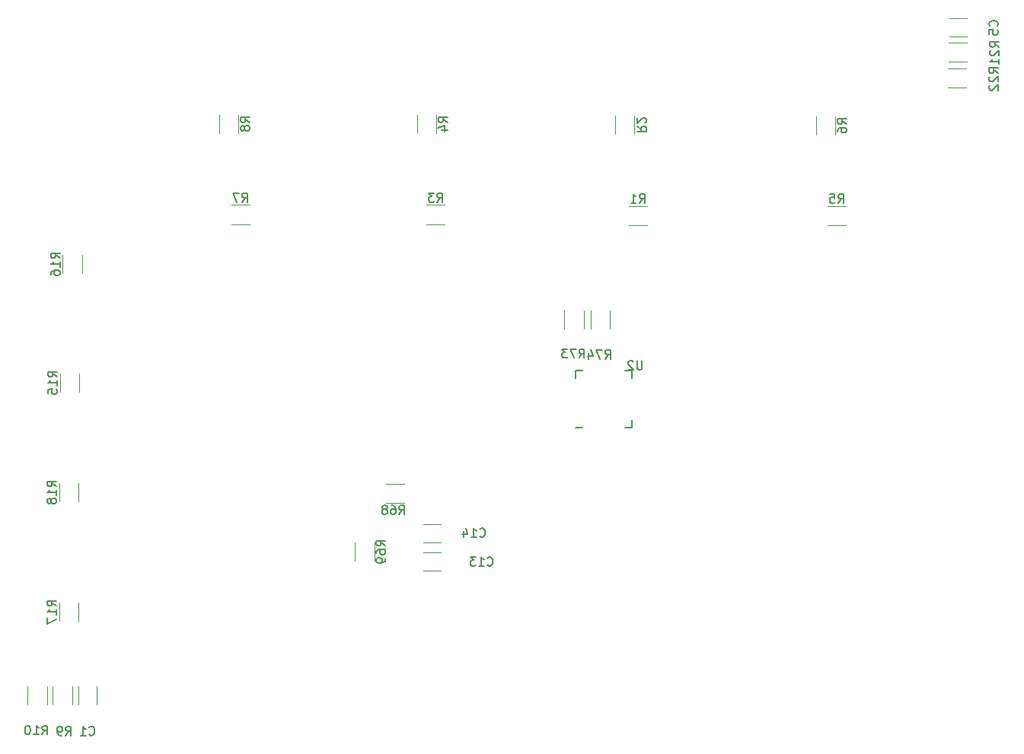
<source format=gbo>
G04 #@! TF.GenerationSoftware,KiCad,Pcbnew,(5.1.2)-2*
G04 #@! TF.CreationDate,2020-06-07T10:10:03-04:00*
G04 #@! TF.ProjectId,MidiControllerPCB,4d696469-436f-46e7-9472-6f6c6c657250,rev?*
G04 #@! TF.SameCoordinates,Original*
G04 #@! TF.FileFunction,Legend,Bot*
G04 #@! TF.FilePolarity,Positive*
%FSLAX46Y46*%
G04 Gerber Fmt 4.6, Leading zero omitted, Abs format (unit mm)*
G04 Created by KiCad (PCBNEW (5.1.2)-2) date 2020-06-07 10:10:03*
%MOMM*%
%LPD*%
G04 APERTURE LIST*
%ADD10C,0.150000*%
%ADD11C,0.120000*%
G04 APERTURE END LIST*
D10*
X167318750Y-102281250D02*
X167318750Y-101491250D01*
X161018750Y-95981250D02*
X161018750Y-96771250D01*
X167318750Y-95981250D02*
X167318750Y-96771250D01*
X161018750Y-102281250D02*
X161808750Y-102281250D01*
X161018750Y-95981250D02*
X161808750Y-95981250D01*
X167318750Y-95981250D02*
X166528750Y-95981250D01*
X167318750Y-102281250D02*
X166528750Y-102281250D01*
D11*
X164870000Y-91300000D02*
X164870000Y-89300000D01*
X162730000Y-89300000D02*
X162730000Y-91300000D01*
X161970000Y-91300000D02*
X161970000Y-89300000D01*
X159830000Y-89300000D02*
X159830000Y-91300000D01*
X136530000Y-115100000D02*
X136530000Y-117100000D01*
X138670000Y-117100000D02*
X138670000Y-115100000D01*
X142000000Y-108530000D02*
X140000000Y-108530000D01*
X140000000Y-110670000D02*
X142000000Y-110670000D01*
X202500000Y-64470000D02*
X204500000Y-64470000D01*
X204500000Y-62330000D02*
X202500000Y-62330000D01*
X204560000Y-59435000D02*
X202560000Y-59435000D01*
X202560000Y-61575000D02*
X204560000Y-61575000D01*
X105770000Y-110500000D02*
X105770000Y-108500000D01*
X103630000Y-108500000D02*
X103630000Y-110500000D01*
X105770000Y-123800000D02*
X105770000Y-121800000D01*
X103630000Y-121800000D02*
X103630000Y-123800000D01*
X106170000Y-85100000D02*
X106170000Y-83100000D01*
X104030000Y-83100000D02*
X104030000Y-85100000D01*
X105870000Y-98300000D02*
X105870000Y-96300000D01*
X103730000Y-96300000D02*
X103730000Y-98300000D01*
X100130000Y-131100000D02*
X100130000Y-133100000D01*
X102270000Y-133100000D02*
X102270000Y-131100000D01*
X105070000Y-133100000D02*
X105070000Y-131100000D01*
X102930000Y-131100000D02*
X102930000Y-133100000D01*
X123570000Y-69500000D02*
X123570000Y-67500000D01*
X121430000Y-67500000D02*
X121430000Y-69500000D01*
X122800000Y-79670000D02*
X124800000Y-79670000D01*
X124800000Y-77530000D02*
X122800000Y-77530000D01*
X187830000Y-67700000D02*
X187830000Y-69700000D01*
X189970000Y-69700000D02*
X189970000Y-67700000D01*
X189100000Y-79770000D02*
X191100000Y-79770000D01*
X191100000Y-77630000D02*
X189100000Y-77630000D01*
X143430000Y-67500000D02*
X143430000Y-69500000D01*
X145570000Y-69500000D02*
X145570000Y-67500000D01*
X144500000Y-79670000D02*
X146500000Y-79670000D01*
X146500000Y-77530000D02*
X144500000Y-77530000D01*
X165430000Y-67600000D02*
X165430000Y-69600000D01*
X167570000Y-69600000D02*
X167570000Y-67600000D01*
X167000000Y-79770000D02*
X169000000Y-79770000D01*
X169000000Y-77630000D02*
X167000000Y-77630000D01*
X144100000Y-113080000D02*
X146100000Y-113080000D01*
X146100000Y-115120000D02*
X144100000Y-115120000D01*
X144100000Y-116180000D02*
X146100000Y-116180000D01*
X146100000Y-118220000D02*
X144100000Y-118220000D01*
X204600000Y-58820000D02*
X202600000Y-58820000D01*
X202600000Y-56780000D02*
X204600000Y-56780000D01*
X105780000Y-133100000D02*
X105780000Y-131100000D01*
X107820000Y-131100000D02*
X107820000Y-133100000D01*
D10*
X168461904Y-94852380D02*
X168461904Y-95661904D01*
X168414285Y-95757142D01*
X168366666Y-95804761D01*
X168271428Y-95852380D01*
X168080952Y-95852380D01*
X167985714Y-95804761D01*
X167938095Y-95757142D01*
X167890476Y-95661904D01*
X167890476Y-94852380D01*
X167461904Y-94947619D02*
X167414285Y-94900000D01*
X167319047Y-94852380D01*
X167080952Y-94852380D01*
X166985714Y-94900000D01*
X166938095Y-94947619D01*
X166890476Y-95042857D01*
X166890476Y-95138095D01*
X166938095Y-95280952D01*
X167509523Y-95852380D01*
X166890476Y-95852380D01*
X164342857Y-94652380D02*
X164676190Y-94176190D01*
X164914285Y-94652380D02*
X164914285Y-93652380D01*
X164533333Y-93652380D01*
X164438095Y-93700000D01*
X164390476Y-93747619D01*
X164342857Y-93842857D01*
X164342857Y-93985714D01*
X164390476Y-94080952D01*
X164438095Y-94128571D01*
X164533333Y-94176190D01*
X164914285Y-94176190D01*
X164009523Y-93652380D02*
X163342857Y-93652380D01*
X163771428Y-94652380D01*
X162533333Y-93985714D02*
X162533333Y-94652380D01*
X162771428Y-93604761D02*
X163009523Y-94319047D01*
X162390476Y-94319047D01*
X161442857Y-94552380D02*
X161776190Y-94076190D01*
X162014285Y-94552380D02*
X162014285Y-93552380D01*
X161633333Y-93552380D01*
X161538095Y-93600000D01*
X161490476Y-93647619D01*
X161442857Y-93742857D01*
X161442857Y-93885714D01*
X161490476Y-93980952D01*
X161538095Y-94028571D01*
X161633333Y-94076190D01*
X162014285Y-94076190D01*
X161109523Y-93552380D02*
X160442857Y-93552380D01*
X160871428Y-94552380D01*
X160157142Y-93552380D02*
X159538095Y-93552380D01*
X159871428Y-93933333D01*
X159728571Y-93933333D01*
X159633333Y-93980952D01*
X159585714Y-94028571D01*
X159538095Y-94123809D01*
X159538095Y-94361904D01*
X159585714Y-94457142D01*
X159633333Y-94504761D01*
X159728571Y-94552380D01*
X160014285Y-94552380D01*
X160109523Y-94504761D01*
X160157142Y-94457142D01*
X139902380Y-115457142D02*
X139426190Y-115123809D01*
X139902380Y-114885714D02*
X138902380Y-114885714D01*
X138902380Y-115266666D01*
X138950000Y-115361904D01*
X138997619Y-115409523D01*
X139092857Y-115457142D01*
X139235714Y-115457142D01*
X139330952Y-115409523D01*
X139378571Y-115361904D01*
X139426190Y-115266666D01*
X139426190Y-114885714D01*
X138902380Y-116314285D02*
X138902380Y-116123809D01*
X138950000Y-116028571D01*
X138997619Y-115980952D01*
X139140476Y-115885714D01*
X139330952Y-115838095D01*
X139711904Y-115838095D01*
X139807142Y-115885714D01*
X139854761Y-115933333D01*
X139902380Y-116028571D01*
X139902380Y-116219047D01*
X139854761Y-116314285D01*
X139807142Y-116361904D01*
X139711904Y-116409523D01*
X139473809Y-116409523D01*
X139378571Y-116361904D01*
X139330952Y-116314285D01*
X139283333Y-116219047D01*
X139283333Y-116028571D01*
X139330952Y-115933333D01*
X139378571Y-115885714D01*
X139473809Y-115838095D01*
X139902380Y-116885714D02*
X139902380Y-117076190D01*
X139854761Y-117171428D01*
X139807142Y-117219047D01*
X139664285Y-117314285D01*
X139473809Y-117361904D01*
X139092857Y-117361904D01*
X138997619Y-117314285D01*
X138950000Y-117266666D01*
X138902380Y-117171428D01*
X138902380Y-116980952D01*
X138950000Y-116885714D01*
X138997619Y-116838095D01*
X139092857Y-116790476D01*
X139330952Y-116790476D01*
X139426190Y-116838095D01*
X139473809Y-116885714D01*
X139521428Y-116980952D01*
X139521428Y-117171428D01*
X139473809Y-117266666D01*
X139426190Y-117314285D01*
X139330952Y-117361904D01*
X141442857Y-111952380D02*
X141776190Y-111476190D01*
X142014285Y-111952380D02*
X142014285Y-110952380D01*
X141633333Y-110952380D01*
X141538095Y-111000000D01*
X141490476Y-111047619D01*
X141442857Y-111142857D01*
X141442857Y-111285714D01*
X141490476Y-111380952D01*
X141538095Y-111428571D01*
X141633333Y-111476190D01*
X142014285Y-111476190D01*
X140585714Y-110952380D02*
X140776190Y-110952380D01*
X140871428Y-111000000D01*
X140919047Y-111047619D01*
X141014285Y-111190476D01*
X141061904Y-111380952D01*
X141061904Y-111761904D01*
X141014285Y-111857142D01*
X140966666Y-111904761D01*
X140871428Y-111952380D01*
X140680952Y-111952380D01*
X140585714Y-111904761D01*
X140538095Y-111857142D01*
X140490476Y-111761904D01*
X140490476Y-111523809D01*
X140538095Y-111428571D01*
X140585714Y-111380952D01*
X140680952Y-111333333D01*
X140871428Y-111333333D01*
X140966666Y-111380952D01*
X141014285Y-111428571D01*
X141061904Y-111523809D01*
X139919047Y-111380952D02*
X140014285Y-111333333D01*
X140061904Y-111285714D01*
X140109523Y-111190476D01*
X140109523Y-111142857D01*
X140061904Y-111047619D01*
X140014285Y-111000000D01*
X139919047Y-110952380D01*
X139728571Y-110952380D01*
X139633333Y-111000000D01*
X139585714Y-111047619D01*
X139538095Y-111142857D01*
X139538095Y-111190476D01*
X139585714Y-111285714D01*
X139633333Y-111333333D01*
X139728571Y-111380952D01*
X139919047Y-111380952D01*
X140014285Y-111428571D01*
X140061904Y-111476190D01*
X140109523Y-111571428D01*
X140109523Y-111761904D01*
X140061904Y-111857142D01*
X140014285Y-111904761D01*
X139919047Y-111952380D01*
X139728571Y-111952380D01*
X139633333Y-111904761D01*
X139585714Y-111857142D01*
X139538095Y-111761904D01*
X139538095Y-111571428D01*
X139585714Y-111476190D01*
X139633333Y-111428571D01*
X139728571Y-111380952D01*
X208052380Y-62857142D02*
X207576190Y-62523809D01*
X208052380Y-62285714D02*
X207052380Y-62285714D01*
X207052380Y-62666666D01*
X207100000Y-62761904D01*
X207147619Y-62809523D01*
X207242857Y-62857142D01*
X207385714Y-62857142D01*
X207480952Y-62809523D01*
X207528571Y-62761904D01*
X207576190Y-62666666D01*
X207576190Y-62285714D01*
X207147619Y-63238095D02*
X207100000Y-63285714D01*
X207052380Y-63380952D01*
X207052380Y-63619047D01*
X207100000Y-63714285D01*
X207147619Y-63761904D01*
X207242857Y-63809523D01*
X207338095Y-63809523D01*
X207480952Y-63761904D01*
X208052380Y-63190476D01*
X208052380Y-63809523D01*
X207147619Y-64190476D02*
X207100000Y-64238095D01*
X207052380Y-64333333D01*
X207052380Y-64571428D01*
X207100000Y-64666666D01*
X207147619Y-64714285D01*
X207242857Y-64761904D01*
X207338095Y-64761904D01*
X207480952Y-64714285D01*
X208052380Y-64142857D01*
X208052380Y-64761904D01*
X208152380Y-59957142D02*
X207676190Y-59623809D01*
X208152380Y-59385714D02*
X207152380Y-59385714D01*
X207152380Y-59766666D01*
X207200000Y-59861904D01*
X207247619Y-59909523D01*
X207342857Y-59957142D01*
X207485714Y-59957142D01*
X207580952Y-59909523D01*
X207628571Y-59861904D01*
X207676190Y-59766666D01*
X207676190Y-59385714D01*
X207247619Y-60338095D02*
X207200000Y-60385714D01*
X207152380Y-60480952D01*
X207152380Y-60719047D01*
X207200000Y-60814285D01*
X207247619Y-60861904D01*
X207342857Y-60909523D01*
X207438095Y-60909523D01*
X207580952Y-60861904D01*
X208152380Y-60290476D01*
X208152380Y-60909523D01*
X208152380Y-61861904D02*
X208152380Y-61290476D01*
X208152380Y-61576190D02*
X207152380Y-61576190D01*
X207295238Y-61480952D01*
X207390476Y-61385714D01*
X207438095Y-61290476D01*
X103302380Y-108857142D02*
X102826190Y-108523809D01*
X103302380Y-108285714D02*
X102302380Y-108285714D01*
X102302380Y-108666666D01*
X102350000Y-108761904D01*
X102397619Y-108809523D01*
X102492857Y-108857142D01*
X102635714Y-108857142D01*
X102730952Y-108809523D01*
X102778571Y-108761904D01*
X102826190Y-108666666D01*
X102826190Y-108285714D01*
X103302380Y-109809523D02*
X103302380Y-109238095D01*
X103302380Y-109523809D02*
X102302380Y-109523809D01*
X102445238Y-109428571D01*
X102540476Y-109333333D01*
X102588095Y-109238095D01*
X102730952Y-110380952D02*
X102683333Y-110285714D01*
X102635714Y-110238095D01*
X102540476Y-110190476D01*
X102492857Y-110190476D01*
X102397619Y-110238095D01*
X102350000Y-110285714D01*
X102302380Y-110380952D01*
X102302380Y-110571428D01*
X102350000Y-110666666D01*
X102397619Y-110714285D01*
X102492857Y-110761904D01*
X102540476Y-110761904D01*
X102635714Y-110714285D01*
X102683333Y-110666666D01*
X102730952Y-110571428D01*
X102730952Y-110380952D01*
X102778571Y-110285714D01*
X102826190Y-110238095D01*
X102921428Y-110190476D01*
X103111904Y-110190476D01*
X103207142Y-110238095D01*
X103254761Y-110285714D01*
X103302380Y-110380952D01*
X103302380Y-110571428D01*
X103254761Y-110666666D01*
X103207142Y-110714285D01*
X103111904Y-110761904D01*
X102921428Y-110761904D01*
X102826190Y-110714285D01*
X102778571Y-110666666D01*
X102730952Y-110571428D01*
X103302380Y-122157142D02*
X102826190Y-121823809D01*
X103302380Y-121585714D02*
X102302380Y-121585714D01*
X102302380Y-121966666D01*
X102350000Y-122061904D01*
X102397619Y-122109523D01*
X102492857Y-122157142D01*
X102635714Y-122157142D01*
X102730952Y-122109523D01*
X102778571Y-122061904D01*
X102826190Y-121966666D01*
X102826190Y-121585714D01*
X103302380Y-123109523D02*
X103302380Y-122538095D01*
X103302380Y-122823809D02*
X102302380Y-122823809D01*
X102445238Y-122728571D01*
X102540476Y-122633333D01*
X102588095Y-122538095D01*
X102302380Y-123442857D02*
X102302380Y-124109523D01*
X103302380Y-123680952D01*
X103702380Y-83457142D02*
X103226190Y-83123809D01*
X103702380Y-82885714D02*
X102702380Y-82885714D01*
X102702380Y-83266666D01*
X102750000Y-83361904D01*
X102797619Y-83409523D01*
X102892857Y-83457142D01*
X103035714Y-83457142D01*
X103130952Y-83409523D01*
X103178571Y-83361904D01*
X103226190Y-83266666D01*
X103226190Y-82885714D01*
X103702380Y-84409523D02*
X103702380Y-83838095D01*
X103702380Y-84123809D02*
X102702380Y-84123809D01*
X102845238Y-84028571D01*
X102940476Y-83933333D01*
X102988095Y-83838095D01*
X102702380Y-85266666D02*
X102702380Y-85076190D01*
X102750000Y-84980952D01*
X102797619Y-84933333D01*
X102940476Y-84838095D01*
X103130952Y-84790476D01*
X103511904Y-84790476D01*
X103607142Y-84838095D01*
X103654761Y-84885714D01*
X103702380Y-84980952D01*
X103702380Y-85171428D01*
X103654761Y-85266666D01*
X103607142Y-85314285D01*
X103511904Y-85361904D01*
X103273809Y-85361904D01*
X103178571Y-85314285D01*
X103130952Y-85266666D01*
X103083333Y-85171428D01*
X103083333Y-84980952D01*
X103130952Y-84885714D01*
X103178571Y-84838095D01*
X103273809Y-84790476D01*
X103402380Y-96657142D02*
X102926190Y-96323809D01*
X103402380Y-96085714D02*
X102402380Y-96085714D01*
X102402380Y-96466666D01*
X102450000Y-96561904D01*
X102497619Y-96609523D01*
X102592857Y-96657142D01*
X102735714Y-96657142D01*
X102830952Y-96609523D01*
X102878571Y-96561904D01*
X102926190Y-96466666D01*
X102926190Y-96085714D01*
X103402380Y-97609523D02*
X103402380Y-97038095D01*
X103402380Y-97323809D02*
X102402380Y-97323809D01*
X102545238Y-97228571D01*
X102640476Y-97133333D01*
X102688095Y-97038095D01*
X102402380Y-98514285D02*
X102402380Y-98038095D01*
X102878571Y-97990476D01*
X102830952Y-98038095D01*
X102783333Y-98133333D01*
X102783333Y-98371428D01*
X102830952Y-98466666D01*
X102878571Y-98514285D01*
X102973809Y-98561904D01*
X103211904Y-98561904D01*
X103307142Y-98514285D01*
X103354761Y-98466666D01*
X103402380Y-98371428D01*
X103402380Y-98133333D01*
X103354761Y-98038095D01*
X103307142Y-97990476D01*
X101742857Y-136452380D02*
X102076190Y-135976190D01*
X102314285Y-136452380D02*
X102314285Y-135452380D01*
X101933333Y-135452380D01*
X101838095Y-135500000D01*
X101790476Y-135547619D01*
X101742857Y-135642857D01*
X101742857Y-135785714D01*
X101790476Y-135880952D01*
X101838095Y-135928571D01*
X101933333Y-135976190D01*
X102314285Y-135976190D01*
X100790476Y-136452380D02*
X101361904Y-136452380D01*
X101076190Y-136452380D02*
X101076190Y-135452380D01*
X101171428Y-135595238D01*
X101266666Y-135690476D01*
X101361904Y-135738095D01*
X100171428Y-135452380D02*
X100076190Y-135452380D01*
X99980952Y-135500000D01*
X99933333Y-135547619D01*
X99885714Y-135642857D01*
X99838095Y-135833333D01*
X99838095Y-136071428D01*
X99885714Y-136261904D01*
X99933333Y-136357142D01*
X99980952Y-136404761D01*
X100076190Y-136452380D01*
X100171428Y-136452380D01*
X100266666Y-136404761D01*
X100314285Y-136357142D01*
X100361904Y-136261904D01*
X100409523Y-136071428D01*
X100409523Y-135833333D01*
X100361904Y-135642857D01*
X100314285Y-135547619D01*
X100266666Y-135500000D01*
X100171428Y-135452380D01*
X104366666Y-136552380D02*
X104700000Y-136076190D01*
X104938095Y-136552380D02*
X104938095Y-135552380D01*
X104557142Y-135552380D01*
X104461904Y-135600000D01*
X104414285Y-135647619D01*
X104366666Y-135742857D01*
X104366666Y-135885714D01*
X104414285Y-135980952D01*
X104461904Y-136028571D01*
X104557142Y-136076190D01*
X104938095Y-136076190D01*
X103890476Y-136552380D02*
X103700000Y-136552380D01*
X103604761Y-136504761D01*
X103557142Y-136457142D01*
X103461904Y-136314285D01*
X103414285Y-136123809D01*
X103414285Y-135742857D01*
X103461904Y-135647619D01*
X103509523Y-135600000D01*
X103604761Y-135552380D01*
X103795238Y-135552380D01*
X103890476Y-135600000D01*
X103938095Y-135647619D01*
X103985714Y-135742857D01*
X103985714Y-135980952D01*
X103938095Y-136076190D01*
X103890476Y-136123809D01*
X103795238Y-136171428D01*
X103604761Y-136171428D01*
X103509523Y-136123809D01*
X103461904Y-136076190D01*
X103414285Y-135980952D01*
X124802380Y-68333333D02*
X124326190Y-68000000D01*
X124802380Y-67761904D02*
X123802380Y-67761904D01*
X123802380Y-68142857D01*
X123850000Y-68238095D01*
X123897619Y-68285714D01*
X123992857Y-68333333D01*
X124135714Y-68333333D01*
X124230952Y-68285714D01*
X124278571Y-68238095D01*
X124326190Y-68142857D01*
X124326190Y-67761904D01*
X124230952Y-68904761D02*
X124183333Y-68809523D01*
X124135714Y-68761904D01*
X124040476Y-68714285D01*
X123992857Y-68714285D01*
X123897619Y-68761904D01*
X123850000Y-68809523D01*
X123802380Y-68904761D01*
X123802380Y-69095238D01*
X123850000Y-69190476D01*
X123897619Y-69238095D01*
X123992857Y-69285714D01*
X124040476Y-69285714D01*
X124135714Y-69238095D01*
X124183333Y-69190476D01*
X124230952Y-69095238D01*
X124230952Y-68904761D01*
X124278571Y-68809523D01*
X124326190Y-68761904D01*
X124421428Y-68714285D01*
X124611904Y-68714285D01*
X124707142Y-68761904D01*
X124754761Y-68809523D01*
X124802380Y-68904761D01*
X124802380Y-69095238D01*
X124754761Y-69190476D01*
X124707142Y-69238095D01*
X124611904Y-69285714D01*
X124421428Y-69285714D01*
X124326190Y-69238095D01*
X124278571Y-69190476D01*
X124230952Y-69095238D01*
X123966666Y-77202380D02*
X124300000Y-76726190D01*
X124538095Y-77202380D02*
X124538095Y-76202380D01*
X124157142Y-76202380D01*
X124061904Y-76250000D01*
X124014285Y-76297619D01*
X123966666Y-76392857D01*
X123966666Y-76535714D01*
X124014285Y-76630952D01*
X124061904Y-76678571D01*
X124157142Y-76726190D01*
X124538095Y-76726190D01*
X123633333Y-76202380D02*
X122966666Y-76202380D01*
X123395238Y-77202380D01*
X191202380Y-68533333D02*
X190726190Y-68200000D01*
X191202380Y-67961904D02*
X190202380Y-67961904D01*
X190202380Y-68342857D01*
X190250000Y-68438095D01*
X190297619Y-68485714D01*
X190392857Y-68533333D01*
X190535714Y-68533333D01*
X190630952Y-68485714D01*
X190678571Y-68438095D01*
X190726190Y-68342857D01*
X190726190Y-67961904D01*
X190202380Y-69390476D02*
X190202380Y-69200000D01*
X190250000Y-69104761D01*
X190297619Y-69057142D01*
X190440476Y-68961904D01*
X190630952Y-68914285D01*
X191011904Y-68914285D01*
X191107142Y-68961904D01*
X191154761Y-69009523D01*
X191202380Y-69104761D01*
X191202380Y-69295238D01*
X191154761Y-69390476D01*
X191107142Y-69438095D01*
X191011904Y-69485714D01*
X190773809Y-69485714D01*
X190678571Y-69438095D01*
X190630952Y-69390476D01*
X190583333Y-69295238D01*
X190583333Y-69104761D01*
X190630952Y-69009523D01*
X190678571Y-68961904D01*
X190773809Y-68914285D01*
X190266666Y-77302380D02*
X190600000Y-76826190D01*
X190838095Y-77302380D02*
X190838095Y-76302380D01*
X190457142Y-76302380D01*
X190361904Y-76350000D01*
X190314285Y-76397619D01*
X190266666Y-76492857D01*
X190266666Y-76635714D01*
X190314285Y-76730952D01*
X190361904Y-76778571D01*
X190457142Y-76826190D01*
X190838095Y-76826190D01*
X189361904Y-76302380D02*
X189838095Y-76302380D01*
X189885714Y-76778571D01*
X189838095Y-76730952D01*
X189742857Y-76683333D01*
X189504761Y-76683333D01*
X189409523Y-76730952D01*
X189361904Y-76778571D01*
X189314285Y-76873809D01*
X189314285Y-77111904D01*
X189361904Y-77207142D01*
X189409523Y-77254761D01*
X189504761Y-77302380D01*
X189742857Y-77302380D01*
X189838095Y-77254761D01*
X189885714Y-77207142D01*
X146802380Y-68333333D02*
X146326190Y-68000000D01*
X146802380Y-67761904D02*
X145802380Y-67761904D01*
X145802380Y-68142857D01*
X145850000Y-68238095D01*
X145897619Y-68285714D01*
X145992857Y-68333333D01*
X146135714Y-68333333D01*
X146230952Y-68285714D01*
X146278571Y-68238095D01*
X146326190Y-68142857D01*
X146326190Y-67761904D01*
X146135714Y-69190476D02*
X146802380Y-69190476D01*
X145754761Y-68952380D02*
X146469047Y-68714285D01*
X146469047Y-69333333D01*
X145666666Y-77202380D02*
X146000000Y-76726190D01*
X146238095Y-77202380D02*
X146238095Y-76202380D01*
X145857142Y-76202380D01*
X145761904Y-76250000D01*
X145714285Y-76297619D01*
X145666666Y-76392857D01*
X145666666Y-76535714D01*
X145714285Y-76630952D01*
X145761904Y-76678571D01*
X145857142Y-76726190D01*
X146238095Y-76726190D01*
X145333333Y-76202380D02*
X144714285Y-76202380D01*
X145047619Y-76583333D01*
X144904761Y-76583333D01*
X144809523Y-76630952D01*
X144761904Y-76678571D01*
X144714285Y-76773809D01*
X144714285Y-77011904D01*
X144761904Y-77107142D01*
X144809523Y-77154761D01*
X144904761Y-77202380D01*
X145190476Y-77202380D01*
X145285714Y-77154761D01*
X145333333Y-77107142D01*
X167897619Y-68766666D02*
X168373809Y-69100000D01*
X167897619Y-69338095D02*
X168897619Y-69338095D01*
X168897619Y-68957142D01*
X168850000Y-68861904D01*
X168802380Y-68814285D01*
X168707142Y-68766666D01*
X168564285Y-68766666D01*
X168469047Y-68814285D01*
X168421428Y-68861904D01*
X168373809Y-68957142D01*
X168373809Y-69338095D01*
X168802380Y-68385714D02*
X168850000Y-68338095D01*
X168897619Y-68242857D01*
X168897619Y-68004761D01*
X168850000Y-67909523D01*
X168802380Y-67861904D01*
X168707142Y-67814285D01*
X168611904Y-67814285D01*
X168469047Y-67861904D01*
X167897619Y-68433333D01*
X167897619Y-67814285D01*
X168166666Y-77302380D02*
X168500000Y-76826190D01*
X168738095Y-77302380D02*
X168738095Y-76302380D01*
X168357142Y-76302380D01*
X168261904Y-76350000D01*
X168214285Y-76397619D01*
X168166666Y-76492857D01*
X168166666Y-76635714D01*
X168214285Y-76730952D01*
X168261904Y-76778571D01*
X168357142Y-76826190D01*
X168738095Y-76826190D01*
X167214285Y-77302380D02*
X167785714Y-77302380D01*
X167500000Y-77302380D02*
X167500000Y-76302380D01*
X167595238Y-76445238D01*
X167690476Y-76540476D01*
X167785714Y-76588095D01*
X150402857Y-114397142D02*
X150450476Y-114444761D01*
X150593333Y-114492380D01*
X150688571Y-114492380D01*
X150831428Y-114444761D01*
X150926666Y-114349523D01*
X150974285Y-114254285D01*
X151021904Y-114063809D01*
X151021904Y-113920952D01*
X150974285Y-113730476D01*
X150926666Y-113635238D01*
X150831428Y-113540000D01*
X150688571Y-113492380D01*
X150593333Y-113492380D01*
X150450476Y-113540000D01*
X150402857Y-113587619D01*
X149450476Y-114492380D02*
X150021904Y-114492380D01*
X149736190Y-114492380D02*
X149736190Y-113492380D01*
X149831428Y-113635238D01*
X149926666Y-113730476D01*
X150021904Y-113778095D01*
X148593333Y-113825714D02*
X148593333Y-114492380D01*
X148831428Y-113444761D02*
X149069523Y-114159047D01*
X148450476Y-114159047D01*
X151252857Y-117597142D02*
X151300476Y-117644761D01*
X151443333Y-117692380D01*
X151538571Y-117692380D01*
X151681428Y-117644761D01*
X151776666Y-117549523D01*
X151824285Y-117454285D01*
X151871904Y-117263809D01*
X151871904Y-117120952D01*
X151824285Y-116930476D01*
X151776666Y-116835238D01*
X151681428Y-116740000D01*
X151538571Y-116692380D01*
X151443333Y-116692380D01*
X151300476Y-116740000D01*
X151252857Y-116787619D01*
X150300476Y-117692380D02*
X150871904Y-117692380D01*
X150586190Y-117692380D02*
X150586190Y-116692380D01*
X150681428Y-116835238D01*
X150776666Y-116930476D01*
X150871904Y-116978095D01*
X149967142Y-116692380D02*
X149348095Y-116692380D01*
X149681428Y-117073333D01*
X149538571Y-117073333D01*
X149443333Y-117120952D01*
X149395714Y-117168571D01*
X149348095Y-117263809D01*
X149348095Y-117501904D01*
X149395714Y-117597142D01*
X149443333Y-117644761D01*
X149538571Y-117692380D01*
X149824285Y-117692380D01*
X149919523Y-117644761D01*
X149967142Y-117597142D01*
X207957142Y-57633333D02*
X208004761Y-57585714D01*
X208052380Y-57442857D01*
X208052380Y-57347619D01*
X208004761Y-57204761D01*
X207909523Y-57109523D01*
X207814285Y-57061904D01*
X207623809Y-57014285D01*
X207480952Y-57014285D01*
X207290476Y-57061904D01*
X207195238Y-57109523D01*
X207100000Y-57204761D01*
X207052380Y-57347619D01*
X207052380Y-57442857D01*
X207100000Y-57585714D01*
X207147619Y-57633333D01*
X207052380Y-58538095D02*
X207052380Y-58061904D01*
X207528571Y-58014285D01*
X207480952Y-58061904D01*
X207433333Y-58157142D01*
X207433333Y-58395238D01*
X207480952Y-58490476D01*
X207528571Y-58538095D01*
X207623809Y-58585714D01*
X207861904Y-58585714D01*
X207957142Y-58538095D01*
X208004761Y-58490476D01*
X208052380Y-58395238D01*
X208052380Y-58157142D01*
X208004761Y-58061904D01*
X207957142Y-58014285D01*
X106966666Y-136457142D02*
X107014285Y-136504761D01*
X107157142Y-136552380D01*
X107252380Y-136552380D01*
X107395238Y-136504761D01*
X107490476Y-136409523D01*
X107538095Y-136314285D01*
X107585714Y-136123809D01*
X107585714Y-135980952D01*
X107538095Y-135790476D01*
X107490476Y-135695238D01*
X107395238Y-135600000D01*
X107252380Y-135552380D01*
X107157142Y-135552380D01*
X107014285Y-135600000D01*
X106966666Y-135647619D01*
X106014285Y-136552380D02*
X106585714Y-136552380D01*
X106300000Y-136552380D02*
X106300000Y-135552380D01*
X106395238Y-135695238D01*
X106490476Y-135790476D01*
X106585714Y-135838095D01*
M02*

</source>
